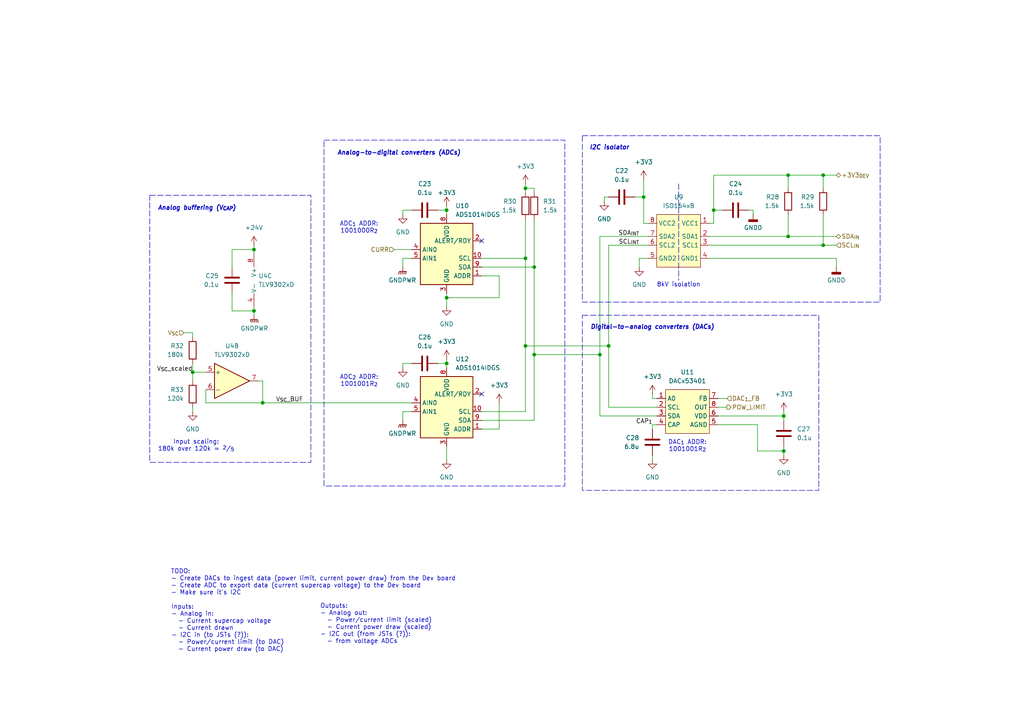
<source format=kicad_sch>
(kicad_sch (version 20250114) (generator "eeschema") (generator_version "9.0")
  (paper "A4")
  (title_block (title "Dev Board Interface") (date "2025-02-12") (rev "1") (company "UT Robomaster") (comment 1 "Robomaster"))
  (lib_symbols
    (symbol "! Robomaster ICs:DACx3401"
      (property "Reference" "U" (at 0 6.858 0))
      (property "Value" "DACx53401" (at 0 4.826 0))
      (symbol "DACx3401_1_1"
        (rectangle (start -6.35 0) (end 6.35 -12.7) (fill (type background)))
        (pin input line (at -8.89 -2.54 0) (length 2.54) (name "A0") (number "1"))
        (pin input line (at -8.89 -5.08 0) (length 2.54) (name "SCL") (number "2"))
        (pin bidirectional line (at -8.89 -7.62 0) (length 2.54) (name "SDA") (number "3"))
        (pin passive line (at -8.89 -10.16 0) (length 2.54) (name "CAP") (number "4"))
        (pin input line (at 8.89 -2.54 180) (length 2.54) (name "FB") (number "7"))
        (pin output line (at 8.89 -5.08 180) (length 2.54) (name "OUT") (number "8"))
        (pin power_in line (at 8.89 -7.62 180) (length 2.54) (name "VDD") (number "6"))
        (pin power_in line (at 8.89 -10.16 180) (length 2.54) (name "AGND") (number "5"))
      )
    )
    (symbol "! Robomaster ICs:ISO164xB"
      (property "Reference" "U" (at 0 7.366 0))
      (property "Value" "ISO164xB" (at 0 4.826 0))
      (symbol "ISO164xB_1_1"
        (rectangle (start -6.35 2.54) (end 6.35 -12.7) (fill (type background)))
        (pin power_in line (at -8.89 0 0) (length 2.54) (name "VCC1") (number "1"))
        (pin bidirectional line (at -8.89 -3.81 0) (length 2.54) (name "SDA1") (number "2"))
        (pin input line (at -8.89 -6.35 0) (length 2.54) (name "SCL1") (number "3"))
        (pin power_in line (at -8.89 -10.16 0) (length 2.54) (name "GND1") (number "4"))
        (pin power_in line (at 8.89 0 180) (length 2.54) (name "VCC2") (number "8"))
        (pin bidirectional line (at 8.89 -3.81 180) (length 2.54) (name "SDA2") (number "7"))
        (pin output line (at 8.89 -6.35 180) (length 2.54) (name "SCL2") (number "6"))
        (pin power_in line (at 8.89 -10.16 180) (length 2.54) (name "GND2") (number "5"))
      )
    )
    (symbol "Amplifier_Operational:TLV9302xD" (pin_names (offset 0.127))
      (property "Reference" "U" (at 0 5.08 0))
      (property "Value" "TLV9302xD" (at 0 -5.08 0))
      (symbol "TLV9302xD_1_1"
        (polyline (pts (xy -5.08 5.08) (xy 5.08 0) (xy -5.08 -5.08) (xy -5.08 5.08)) (stroke (width 0.254)) (fill (type background)))
        (pin input line (at -7.62 2.54 0) (length 2.54) (name "+") (number "3"))
        (pin input line (at -7.62 -2.54 0) (length 2.54) (name "-") (number "2"))
        (pin output line (at 7.62 0 180) (length 2.54) (name "~") (number "1"))
      )
      (symbol "TLV9302xD_2_1"
        (polyline (pts (xy -5.08 5.08) (xy 5.08 0) (xy -5.08 -5.08) (xy -5.08 5.08)) (stroke (width 0.254)) (fill (type background)))
        (pin input line (at -7.62 2.54 0) (length 2.54) (name "+") (number "5"))
        (pin input line (at -7.62 -2.54 0) (length 2.54) (name "-") (number "6"))
        (pin output line (at 7.62 0 180) (length 2.54) (name "~") (number "7"))
      )
      (symbol "TLV9302xD_3_1"
        (pin power_in line (at -2.54 7.62 270) (length 3.81) (name "V+") (number "8"))
        (pin power_in line (at -2.54 -7.62 90) (length 3.81) (name "V-") (number "4"))
      )
    )
    (symbol "Analog_ADC:ADS1014IDGS"
      (property "Reference" "U" (at 2.54 13.97 0))
      (property "Value" "ADS1014IDGS" (at 7.62 11.43 0))
      (symbol "ADS1014IDGS_0_1"
        (rectangle (start -7.62 10.16) (end 7.62 -7.62) (stroke (width 0.254)) (fill (type background)))
      )
      (symbol "ADS1014IDGS_1_1"
        (pin input line (at -10.16 2.54 0) (length 2.54) (name "AIN0") (number "4"))
        (pin input line (at -10.16 0 0) (length 2.54) (name "AIN1") (number "5"))
        (pin no_connect line (at -7.62 7.62 0) (length 2.54) (hide yes) (name "~") (number "6"))
        (pin no_connect line (at -7.62 5.08 0) (length 2.54) (hide yes) (name "~") (number "7"))
        (pin power_in line (at 0 12.7 270) (length 2.54) (name "VDD") (number "8"))
        (pin power_in line (at 0 -10.16 90) (length 2.54) (name "GND") (number "3"))
        (pin output line (at 10.16 5.08 180) (length 2.54) (name "ALERT/RDY") (number "2"))
        (pin input line (at 10.16 0 180) (length 2.54) (name "SCL") (number "10"))
        (pin bidirectional line (at 10.16 -2.54 180) (length 2.54) (name "SDA") (number "9"))
        (pin input line (at 10.16 -5.08 180) (length 2.54) (name "ADDR") (number "1"))
      )
    )
    (symbol "Device:C" (pin_numbers (hide yes)) (pin_names (offset 0.254))
      (property "Reference" "C" (at 0.635 2.54 0))
      (property "Value" "C" (at 0.635 -2.54 0))
      (symbol "C_0_1"
        (polyline (pts (xy -2.032 0.762) (xy 2.032 0.762)) (stroke (width 0.508)))
        (polyline (pts (xy -2.032 -0.762) (xy 2.032 -0.762)) (stroke (width 0.508)))
      )
      (symbol "C_1_1"
        (pin passive line (at 0 3.81 270) (length 2.794) (name "~") (number "1"))
        (pin passive line (at 0 -3.81 90) (length 2.794) (name "~") (number "2"))
      )
    )
    (symbol "Device:R" (pin_numbers (hide yes)) (pin_names (offset 0))
      (property "Reference" "R" (at 2.032 0 90))
      (property "Value" "R" (at 0 0 90))
      (symbol "R_0_1"
        (rectangle (start -1.016 -2.54) (end 1.016 2.54) (stroke (width 0.254)))
      )
      (symbol "R_1_1"
        (pin passive line (at 0 3.81 270) (length 1.27) (name "~") (number "1"))
        (pin passive line (at 0 -3.81 90) (length 1.27) (name "~") (number "2"))
      )
    )
    (symbol "power:+24V" (power) (pin_numbers (hide yes)) (pin_names (offset 0) (hide yes))
      (property "Value" "+24V" (at 0 3.556 0))
      (symbol "+24V_0_1"
        (polyline (pts (xy -0.762 1.27) (xy 0 2.54)))
        (polyline (pts (xy 0 2.54) (xy 0.762 1.27)))
        (polyline (pts (xy 0 0) (xy 0 2.54)))
      )
      (symbol "+24V_1_1"
        (pin power_in line (at 0 0 90) (length 0) (name "~") (number "1"))
      )
    )
    (symbol "power:+3V3" (power) (pin_numbers (hide yes)) (pin_names (offset 0) (hide yes))
      (property "Value" "+3V3" (at 0 3.556 0))
      (symbol "+3V3_0_1"
        (polyline (pts (xy -0.762 1.27) (xy 0 2.54)))
        (polyline (pts (xy 0 2.54) (xy 0.762 1.27)))
        (polyline (pts (xy 0 0) (xy 0 2.54)))
      )
      (symbol "+3V3_1_1"
        (pin power_in line (at 0 0 90) (length 0) (name "~") (number "1"))
      )
    )
    (symbol "power:GND" (power) (pin_numbers (hide yes)) (pin_names (offset 0) (hide yes))
      (property "Value" "GND" (at 0 -3.81 0))
      (symbol "GND_0_1"
        (polyline (pts (xy 0 0) (xy 0 -1.27) (xy 1.27 -1.27) (xy 0 -2.54) (xy -1.27 -1.27) (xy 0 -1.27)))
      )
      (symbol "GND_1_1"
        (pin power_in line (at 0 0 270) (length 0) (name "~") (number "1"))
      )
    )
    (symbol "power:GNDD" (power) (pin_numbers (hide yes)) (pin_names (offset 0) (hide yes))
      (property "Value" "GNDD" (at 0 -3.175 0))
      (symbol "GNDD_0_1"
        (rectangle (start -1.27 -1.524) (end 1.27 -2.032) (stroke (width 0.254)) (fill (type outline)))
        (polyline (pts (xy 0 0) (xy 0 -1.524)))
      )
      (symbol "GNDD_1_1"
        (pin power_in line (at 0 0 270) (length 0) (name "~") (number "1"))
      )
    )
    (symbol "power:GNDPWR" (power) (pin_numbers (hide yes)) (pin_names (offset 0) (hide yes))
      (property "Value" "GNDPWR" (at 0 -3.302 0))
      (symbol "GNDPWR_0_1"
        (polyline (pts (xy -1.016 -1.27) (xy -1.27 -2.032) (xy -1.27 -2.032)) (stroke (width 0.2032)))
        (polyline (pts (xy -0.508 -1.27) (xy -0.762 -2.032) (xy -0.762 -2.032)) (stroke (width 0.2032)))
        (polyline (pts (xy 0 -1.27) (xy 0 0)))
        (polyline (pts (xy 0 -1.27) (xy -0.254 -2.032) (xy -0.254 -2.032)) (stroke (width 0.2032)))
        (polyline (pts (xy 0.508 -1.27) (xy 0.254 -2.032) (xy 0.254 -2.032)) (stroke (width 0.2032)))
        (polyline (pts (xy 1.016 -1.27) (xy -1.016 -1.27) (xy -1.016 -1.27)) (stroke (width 0.2032)))
        (polyline (pts (xy 1.016 -1.27) (xy 0.762 -2.032) (xy 0.762 -2.032) (xy 0.762 -2.032)) (stroke (width 0.2032)))
      )
      (symbol "GNDPWR_1_1"
        (pin power_in line (at 0 0 270) (length 0) (name "~") (number "1"))
      )
    )
  )
  (rectangle (start 93.98 40.64) (end 163.83 140.97) (stroke (width 0) (type dash)))
  (rectangle (start 255.27 39.37) (end 168.91 87.63) (stroke (width 0) (type dash)))
  (rectangle (start 43.434 56.642) (end 90.17 134.112) (stroke (width 0) (type dash)))
  (rectangle (start 168.91 91.44) (end 237.49 142.24) (stroke (width 0) (type dash)))
  (text "Input scaling:\n180k over 120k = ^{2}/_{5}" (at 56.896 129.286 0) (effects (font (size 1.27 1.27))))
  (text "I2C isolator" (at 170.942 42.164 0) (effects (font (size 1.27 1.27) (thickness 0.254) (bold yes) (italic yes)) (justify left top)))
  (text "TODO:\n- Create DACs to ingest data (power limit, current power draw) from the Dev board\n- Create ADC to export data (current supercap voltage) to the Dev board\n- Make sure it's I2C" (at 49.53 165.1 0) (effects (font (size 1.27 1.27)) (justify left top)))
  (text "Inputs:\n- Analog in:\n  - Current supercap voltage\n  - Current drawn\n- I2C in (to JSTs (?)):\n  - Power/current limit (to DAC)\n  - Current power draw (to DAC)" (at 49.657 175.387 0) (effects (font (size 1.27 1.27)) (justify left top)))
  (text "ADC_{2} ADDR:\n1001001R_{2}" (at 104.14 110.49 0) (effects (font (size 1.27 1.27))))
  (text "Outputs:\n- Analog out:\n  - Power/current limit (scaled)\n  - Current power draw (scaled)\n- I2C out (from JSTs (?)):\n  - from voltage ADCs" (at 92.837 175.133 0) (effects (font (size 1.27 1.27)) (justify left top)))
  (text "Digital-to-analog converters (DACs)" (at 171.196 94.234 0) (effects (font (size 1.27 1.27) (thickness 0.254) (bold yes) (italic yes)) (justify left top)))
  (text "DAC_{1} ADDR:\n1001001R_{2}" (at 199.39 127.635 0) (effects (font (size 1.27 1.27)) (justify top)))
  (text "Analog-to-digital converters (ADCs)" (at 97.79 43.688 0) (effects (font (size 1.27 1.27) (thickness 0.254) (bold yes) (italic yes)) (justify left top)))
  (text "8kV isolation" (at 196.85 81.915 0) (effects (font (size 1.27 1.27)) (justify top)))
  (text "Analog buffering (V_{CAP})" (at 45.72 59.69 0) (effects (font (size 1.27 1.27) (thickness 0.254) (bold yes) (italic yes)) (justify left top)))
  (text "ADC_{1} ADDR:\n1001000R_{2}" (at 104.14 66.04 0) (effects (font (size 1.27 1.27))))
  (junction (at 154.94 77.47))
  (junction (at 238.76 50.8))
  (junction (at 152.4 100.33))
  (junction (at 154.94 102.87))
  (junction (at 73.66 90.17))
  (junction (at 186.69 57.15))
  (junction (at 228.6 50.8))
  (junction (at 76.2 116.84))
  (junction (at 129.54 86.36))
  (junction (at 152.4 54.61))
  (junction (at 55.88 107.95))
  (junction (at 227.33 130.81))
  (junction (at 238.76 71.12))
  (junction (at 129.54 60.96))
  (junction (at 176.53 100.33))
  (junction (at 129.54 105.41))
  (junction (at 152.4 74.93))
  (junction (at 207.01 60.96))
  (junction (at 73.66 72.39))
  (junction (at 173.99 102.87))
  (junction (at 228.6 68.58))
  (junction (at 227.33 120.65))
  (no_connect (at 139.7 69.85))
  (no_connect (at 139.7 114.3))
  (wire (pts (xy 144.78 80.01) (xy 144.78 86.36)))
  (wire (pts (xy 129.54 105.41) (xy 129.54 106.68)))
  (polyline (pts (xy 196.85 53.34) (xy 196.85 81.28)) (stroke (width 0) (type dash)))
  (wire (pts (xy 207.01 64.77) (xy 205.74 64.77)))
  (wire (pts (xy 219.71 123.19) (xy 219.71 130.81)))
  (wire (pts (xy 173.99 102.87) (xy 154.94 102.87)))
  (wire (pts (xy 119.38 119.38) (xy 116.84 119.38)))
  (wire (pts (xy 189.23 114.3) (xy 189.23 115.57)))
  (wire (pts (xy 205.74 71.12) (xy 238.76 71.12)))
  (wire (pts (xy 73.66 72.39) (xy 67.31 72.39)))
  (wire (pts (xy 176.53 118.11) (xy 190.5 118.11)))
  (wire (pts (xy 228.6 50.8) (xy 238.76 50.8)))
  (wire (pts (xy 139.7 80.01) (xy 144.78 80.01)))
  (wire (pts (xy 152.4 53.34) (xy 152.4 54.61)))
  (wire (pts (xy 227.33 130.81) (xy 227.33 132.08)))
  (wire (pts (xy 152.4 100.33) (xy 176.53 100.33)))
  (wire (pts (xy 228.6 50.8) (xy 228.6 54.61)))
  (wire (pts (xy 76.2 116.84) (xy 119.38 116.84)))
  (wire (pts (xy 189.23 115.57) (xy 190.5 115.57)))
  (wire (pts (xy 186.69 52.07) (xy 186.69 57.15)))
  (wire (pts (xy 119.38 105.41) (xy 116.84 105.41)))
  (wire (pts (xy 116.84 119.38) (xy 116.84 121.92)))
  (wire (pts (xy 186.69 64.77) (xy 187.96 64.77)))
  (wire (pts (xy 208.28 118.11) (xy 210.82 118.11)))
  (wire (pts (xy 129.54 59.69) (xy 129.54 60.96)))
  (wire (pts (xy 186.69 57.15) (xy 186.69 64.77)))
  (wire (pts (xy 185.42 74.93) (xy 185.42 77.47)))
  (wire (pts (xy 176.53 57.15) (xy 175.26 57.15)))
  (wire (pts (xy 67.31 90.17) (xy 73.66 90.17)))
  (wire (pts (xy 73.66 88.9) (xy 73.66 90.17)))
  (wire (pts (xy 73.66 72.39) (xy 73.66 73.66)))
  (wire (pts (xy 207.01 50.8) (xy 207.01 60.96)))
  (wire (pts (xy 173.99 120.65) (xy 190.5 120.65)))
  (wire (pts (xy 53.34 96.52) (xy 55.88 96.52)))
  (wire (pts (xy 208.28 115.57) (xy 210.82 115.57)))
  (wire (pts (xy 116.84 74.93) (xy 116.84 77.47)))
  (wire (pts (xy 207.01 60.96) (xy 209.55 60.96)))
  (wire (pts (xy 152.4 54.61) (xy 152.4 55.88)))
  (wire (pts (xy 189.23 124.46) (xy 189.23 123.19)))
  (wire (pts (xy 152.4 100.33) (xy 152.4 119.38)))
  (wire (pts (xy 154.94 63.5) (xy 154.94 77.47)))
  (wire (pts (xy 189.23 123.19) (xy 190.5 123.19)))
  (wire (pts (xy 242.57 77.47) (xy 242.57 74.93)))
  (wire (pts (xy 129.54 85.09) (xy 129.54 86.36)))
  (wire (pts (xy 187.96 71.12) (xy 176.53 71.12)))
  (wire (pts (xy 154.94 102.87) (xy 154.94 121.92)))
  (wire (pts (xy 59.69 113.03) (xy 59.69 116.84)))
  (wire (pts (xy 176.53 100.33) (xy 176.53 118.11)))
  (wire (pts (xy 55.88 118.11) (xy 55.88 119.38)))
  (wire (pts (xy 218.44 60.96) (xy 218.44 62.23)))
  (wire (pts (xy 139.7 77.47) (xy 154.94 77.47)))
  (wire (pts (xy 152.4 119.38) (xy 139.7 119.38)))
  (wire (pts (xy 208.28 120.65) (xy 227.33 120.65)))
  (wire (pts (xy 67.31 72.39) (xy 67.31 77.47)))
  (wire (pts (xy 208.28 123.19) (xy 219.71 123.19)))
  (wire (pts (xy 139.7 74.93) (xy 152.4 74.93)))
  (wire (pts (xy 152.4 63.5) (xy 152.4 74.93)))
  (wire (pts (xy 227.33 120.65) (xy 227.33 121.92)))
  (wire (pts (xy 154.94 54.61) (xy 154.94 55.88)))
  (wire (pts (xy 129.54 105.41) (xy 127 105.41)))
  (wire (pts (xy 55.88 107.95) (xy 55.88 110.49)))
  (wire (pts (xy 154.94 121.92) (xy 139.7 121.92)))
  (wire (pts (xy 186.69 57.15) (xy 184.15 57.15)))
  (wire (pts (xy 176.53 71.12) (xy 176.53 100.33)))
  (wire (pts (xy 207.01 60.96) (xy 207.01 64.77)))
  (wire (pts (xy 238.76 50.8) (xy 242.57 50.8)))
  (wire (pts (xy 116.84 60.96) (xy 116.84 62.23)))
  (wire (pts (xy 76.2 116.84) (xy 76.2 110.49)))
  (wire (pts (xy 227.33 119.38) (xy 227.33 120.65)))
  (wire (pts (xy 55.88 107.95) (xy 59.69 107.95)))
  (wire (pts (xy 55.88 105.41) (xy 55.88 107.95)))
  (wire (pts (xy 242.57 74.93) (xy 205.74 74.93)))
  (wire (pts (xy 55.88 96.52) (xy 55.88 97.79)))
  (wire (pts (xy 129.54 86.36) (xy 129.54 88.9)))
  (wire (pts (xy 228.6 68.58) (xy 242.57 68.58)))
  (wire (pts (xy 189.23 132.08) (xy 189.23 133.35)))
  (wire (pts (xy 228.6 62.23) (xy 228.6 68.58)))
  (wire (pts (xy 207.01 50.8) (xy 228.6 50.8)))
  (wire (pts (xy 119.38 60.96) (xy 116.84 60.96)))
  (wire (pts (xy 59.69 116.84) (xy 76.2 116.84)))
  (wire (pts (xy 144.78 116.84) (xy 144.78 124.46)))
  (wire (pts (xy 76.2 110.49) (xy 74.93 110.49)))
  (wire (pts (xy 238.76 50.8) (xy 238.76 54.61)))
  (wire (pts (xy 154.94 77.47) (xy 154.94 102.87)))
  (wire (pts (xy 238.76 62.23) (xy 238.76 71.12)))
  (wire (pts (xy 173.99 68.58) (xy 173.99 102.87)))
  (wire (pts (xy 129.54 104.14) (xy 129.54 105.41)))
  (wire (pts (xy 205.74 68.58) (xy 228.6 68.58)))
  (wire (pts (xy 144.78 86.36) (xy 129.54 86.36)))
  (wire (pts (xy 187.96 74.93) (xy 185.42 74.93)))
  (wire (pts (xy 152.4 54.61) (xy 154.94 54.61)))
  (wire (pts (xy 227.33 129.54) (xy 227.33 130.81)))
  (wire (pts (xy 173.99 102.87) (xy 173.99 120.65)))
  (wire (pts (xy 114.3 72.39) (xy 119.38 72.39)))
  (wire (pts (xy 152.4 100.33) (xy 152.4 74.93)))
  (wire (pts (xy 119.38 74.93) (xy 116.84 74.93)))
  (wire (pts (xy 217.17 60.96) (xy 218.44 60.96)))
  (wire (pts (xy 73.66 71.12) (xy 73.66 72.39)))
  (wire (pts (xy 73.66 90.17) (xy 73.66 91.44)))
  (wire (pts (xy 173.99 68.58) (xy 187.96 68.58)))
  (wire (pts (xy 139.7 124.46) (xy 144.78 124.46)))
  (wire (pts (xy 129.54 60.96) (xy 127 60.96)))
  (wire (pts (xy 129.54 60.96) (xy 129.54 62.23)))
  (wire (pts (xy 67.31 85.09) (xy 67.31 90.17)))
  (wire (pts (xy 219.71 130.81) (xy 227.33 130.81)))
  (wire (pts (xy 129.54 129.54) (xy 129.54 133.35)))
  (wire (pts (xy 116.84 105.41) (xy 116.84 106.68)))
  (wire (pts (xy 175.26 57.15) (xy 175.26 58.42)))
  (wire (pts (xy 238.76 71.12) (xy 242.57 71.12)))
  (label "CAP_{1}" (at 189.23 123.19 180))
  (label "V_{SC}_scaled" (at 55.88 107.95 180))
  (label "V_{SC}_BUF" (at 80.01 116.84 0))
  (label "SCL_{INT}" (at 185.42 71.12 180))
  (label "SDA_{INT}" (at 185.42 68.58 180))
  (hierarchical_label "POW_LIMIT" (shape output) (at 210.82 118.11 0))
  (hierarchical_label "V_{SC}" (shape input) (at 53.34 96.52 180))
  (hierarchical_label "+3V3_{DEV}" (shape bidirectional) (at 242.57 50.8 0))
  (hierarchical_label "CURR" (shape input) (at 114.3 72.39 180))
  (hierarchical_label "SDA_{IN}" (shape bidirectional) (at 242.57 68.58 0))
  (hierarchical_label "DAC_{1}_FB" (shape input) (at 210.82 115.57 0))
  (hierarchical_label "SCL_{IN}" (shape input) (at 242.57 71.12 0))
  (symbol (lib_id "Analog_ADC:ADS1014IDGS") (at 129.54 119.38 0) (unit 1)
    (property "Reference" "U12" (at 132.08 104.14 0) (effects (justify left)))
    (property "Value" "ADS1014IDGS" (at 132.08 106.68 0) (effects (justify left)))
    (property "Footprint" "Package_SO:TSSOP-10_3x3mm_P0.5mm" (effects (hide yes)))
    (property "Datasheet" "http://www.ti.com/lit/ds/symlink/ads1015.pdf" (effects (hide yes)))
    (property "Description" "Ultra-Small, Low-Power, I2C-Compatible, 3.3-kSPS, 12-Bit ADCs With Internal Reference, Oscillator, and Programmable Comparator, VSSOP-10" (effects (hide yes)))
  )
  (symbol (lib_id "power:GND") (at 185.42 77.47 0) (unit 1)
    (property "Reference" "#PWR068" (effects (hide yes)))
    (property "Value" "GND" (at 185.42 82.55 0))
    (property "Description" "Power symbol creates a global label with name \"GND\" , ground" (effects (hide yes)))
  )
  (symbol (lib_id "power:GND") (at 129.54 133.35 0) (unit 1)
    (property "Reference" "#PWR080" (effects (hide yes)))
    (property "Value" "GND" (at 129.54 138.43 0))
    (property "Description" "Power symbol creates a global label with name \"GND\" , ground" (effects (hide yes)))
  )
  (symbol (lib_id "power:GND") (at 129.54 88.9 0) (unit 1)
    (property "Reference" "#PWR070" (effects (hide yes)))
    (property "Value" "GND" (at 129.54 93.98 0))
    (property "Description" "Power symbol creates a global label with name \"GND\" , ground" (effects (hide yes)))
  )
  (symbol (lib_id "Device:C") (at 213.36 60.96 270) (mirror x) (unit 1)
    (property "Reference" "C24" (at 213.36 53.34 90))
    (property "Value" "0.1u" (at 213.36 55.88 90))
    (property "Footprint" "Capacitor_SMD:C_0603_1608Metric_Pad1.08x0.95mm_HandSolder" (effects (hide yes)))
    (property "Description" "Unpolarized capacitor" (effects (hide yes)))
  )
  (symbol (lib_id "power:GNDD") (at 218.44 62.23 0) (unit 1)
    (property "Reference" "#PWR065" (effects (hide yes)))
    (property "Value" "GNDD" (at 218.44 66.04 0))
    (property "Description" "Power symbol creates a global label with name \"GNDD\" , digital ground" (effects (hide yes)))
  )
  (symbol (lib_id "power:+3V3") (at 152.4 53.34 0) (unit 1)
    (property "Reference" "#PWR061" (effects (hide yes)))
    (property "Value" "+3V3" (at 152.4 48.26 0))
    (property "Description" "Power symbol creates a global label with name \"+3V3\"" (effects (hide yes)))
  )
  (symbol (lib_id "Device:R") (at 152.4 59.69 0) (mirror y) (unit 1)
    (property "Reference" "R30" (at 149.86 58.4199 0) (effects (justify left)))
    (property "Value" "1.5k" (at 149.86 60.9599 0) (effects (justify left)))
    (property "Footprint" "Resistor_SMD:R_0603_1608Metric_Pad0.98x0.95mm_HandSolder" (effects (hide yes)))
    (property "Description" "Resistor" (effects (hide yes)))
  )
  (symbol (lib_id "power:GND") (at 116.84 62.23 0) (unit 1)
    (property "Reference" "#PWR064" (effects (hide yes)))
    (property "Value" "GND" (at 116.84 67.31 0))
    (property "Description" "Power symbol creates a global label with name \"GND\" , ground" (effects (hide yes)))
  )
  (symbol (lib_id "Amplifier_Operational:TLV9302xD") (at 76.2 81.28 0) (unit 3)
    (property "Reference" "U4" (at 74.93 80.0099 0) (effects (justify left)))
    (property "Value" "TLV9302xD" (at 74.93 82.5499 0) (effects (justify left)))
    (property "Footprint" "Package_SO:SOIC-8_3.9x4.9mm_P1.27mm" (effects (hide yes)))
    (property "Datasheet" "https://www.ti.com/lit/ds/symlink/tlv9302.pdf" (effects (hide yes)))
    (property "Description" "40-V, 1-MHz, RRO Operational Amplifiers for Cost-Sensitive Systems, SOIC-8" (effects (hide yes)))
    (property "Mouser Part Number" "595-LM2903DR" (effects (hide yes)))
  )
  (symbol (lib_id "power:+3V3") (at 129.54 59.69 0) (unit 1)
    (property "Reference" "#PWR063" (effects (hide yes)))
    (property "Value" "+3V3" (at 129.54 55.88 0))
    (property "Description" "Power symbol creates a global label with name \"+3V3\"" (effects (hide yes)))
  )
  (symbol (lib_id "! Robomaster ICs:DACx3401") (at 199.39 113.03 0) (unit 1)
    (property "Reference" "U11" (at 199.39 107.95 0))
    (property "Value" "DACx53401" (at 199.39 110.49 0))
    (property "Footprint" "Package_SON:WSON-8-1EP_2x2mm_P0.5mm_EP0.9x1.6mm" (effects (hide yes)))
    (property "Datasheet" "https://www.ti.com/lit/gpn/dac43401" (effects (hide yes)))
    (property "Description" "8-bit 1-channel voltage-output smart DAC with Hi-Z, EEPROM, waveform generator and comparator" (effects (hide yes)))
  )
  (symbol (lib_id "Device:C") (at 189.23 128.27 0) (mirror y) (unit 1)
    (property "Reference" "C28" (at 185.42 126.9999 0) (effects (justify left)))
    (property "Value" "6.8u" (at 185.42 129.5399 0) (effects (justify left)))
    (property "Footprint" "Capacitor_SMD:C_0603_1608Metric_Pad1.08x0.95mm_HandSolder" (effects (hide yes)))
    (property "Description" "Unpolarized capacitor" (effects (hide yes)))
  )
  (symbol (lib_id "Device:C") (at 67.31 81.28 0) (mirror x) (unit 1)
    (property "Reference" "C25" (at 63.5 80.0099 0) (effects (justify right)))
    (property "Value" "0.1u" (at 63.5 82.5499 0) (effects (justify right)))
    (property "Footprint" "Capacitor_SMD:C_0603_1608Metric_Pad1.08x0.95mm_HandSolder" (effects (hide yes)))
    (property "Description" "Unpolarized capacitor" (effects (hide yes)))
  )
  (symbol (lib_id "Device:C") (at 180.34 57.15 270) (mirror x) (unit 1)
    (property "Reference" "C22" (at 180.34 49.53 90))
    (property "Value" "0.1u" (at 180.34 52.07 90))
    (property "Footprint" "Capacitor_SMD:C_0603_1608Metric_Pad1.08x0.95mm_HandSolder" (effects (hide yes)))
    (property "Description" "Unpolarized capacitor" (effects (hide yes)))
  )
  (symbol (lib_id "power:+3V3") (at 129.54 104.14 0) (unit 1)
    (property "Reference" "#PWR072" (effects (hide yes)))
    (property "Value" "+3V3" (at 129.54 99.06 0))
    (property "Description" "Power symbol creates a global label with name \"+3V3\"" (effects (hide yes)))
  )
  (symbol (lib_id "Analog_ADC:ADS1014IDGS") (at 129.54 74.93 0) (unit 1)
    (property "Reference" "U10" (at 132.08 59.69 0) (effects (justify left)))
    (property "Value" "ADS1014IDGS" (at 132.08 62.23 0) (effects (justify left)))
    (property "Footprint" "Package_SO:TSSOP-10_3x3mm_P0.5mm" (effects (hide yes)))
    (property "Datasheet" "http://www.ti.com/lit/ds/symlink/ads1015.pdf" (effects (hide yes)))
    (property "Description" "Ultra-Small, Low-Power, I2C-Compatible, 3.3-kSPS, 12-Bit ADCs With Internal Reference, Oscillator, and Programmable Comparator, VSSOP-10" (effects (hide yes)))
  )
  (symbol (lib_id "Device:R") (at 154.94 59.69 0) (unit 1)
    (property "Reference" "R31" (at 157.48 58.4199 0) (effects (justify left)))
    (property "Value" "1.5k" (at 157.48 60.9599 0) (effects (justify left)))
    (property "Footprint" "Resistor_SMD:R_0603_1608Metric_Pad0.98x0.95mm_HandSolder" (effects (hide yes)))
    (property "Description" "Resistor" (effects (hide yes)))
  )
  (symbol (lib_id "power:GNDPWR") (at 73.66 91.44 0) (mirror y) (unit 1)
    (property "Reference" "#PWR071" (effects (hide yes)))
    (property "Value" "GNDPWR" (at 73.787 95.25 0))
    (property "Description" "Power symbol creates a global label with name \"GNDPWR\" , global ground" (effects (hide yes)))
  )
  (symbol (lib_id "power:+3V3") (at 144.78 116.84 0) (unit 1)
    (property "Reference" "#PWR075" (effects (hide yes)))
    (property "Value" "+3V3" (at 144.78 111.76 0))
    (property "Description" "Power symbol creates a global label with name \"+3V3\"" (effects (hide yes)))
  )
  (symbol (lib_id "power:+24V") (at 73.66 71.12 0) (unit 1)
    (property "Reference" "#PWR066" (effects (hide yes)))
    (property "Value" "+24V" (at 73.66 66.04 0))
    (property "Description" "Power symbol creates a global label with name \"+24V\"" (effects (hide yes)))
  )
  (symbol (lib_id "power:+3V3") (at 227.33 119.38 0) (mirror y) (unit 1)
    (property "Reference" "#PWR077" (effects (hide yes)))
    (property "Value" "+3V3" (at 227.33 114.3 0))
    (property "Description" "Power symbol creates a global label with name \"+3V3\"" (effects (hide yes)))
  )
  (symbol (lib_id "power:+3V3") (at 189.23 114.3 0) (mirror y) (unit 1)
    (property "Reference" "#PWR074" (effects (hide yes)))
    (property "Value" "+3V3" (at 189.23 109.22 0))
    (property "Description" "Power symbol creates a global label with name \"+3V3\"" (effects (hide yes)))
  )
  (symbol (lib_id "power:GND") (at 189.23 133.35 0) (mirror y) (unit 1)
    (property "Reference" "#PWR081" (effects (hide yes)))
    (property "Value" "GND" (at 189.23 138.43 0))
    (property "Description" "Power symbol creates a global label with name \"GND\" , ground" (effects (hide yes)))
  )
  (symbol (lib_id "Device:C") (at 123.19 105.41 90) (mirror x) (unit 1)
    (property "Reference" "C26" (at 123.19 97.79 90))
    (property "Value" "0.1u" (at 123.19 100.33 90))
    (property "Footprint" "Capacitor_SMD:C_0603_1608Metric_Pad1.08x0.95mm_HandSolder" (effects (hide yes)))
    (property "Description" "Unpolarized capacitor" (effects (hide yes)))
  )
  (symbol (lib_id "power:GND") (at 175.26 58.42 0) (unit 1)
    (property "Reference" "#PWR062" (effects (hide yes)))
    (property "Value" "GND" (at 175.26 63.5 0))
    (property "Description" "Power symbol creates a global label with name \"GND\" , ground" (effects (hide yes)))
  )
  (symbol (lib_id "Device:R") (at 228.6 58.42 0) (mirror y) (unit 1)
    (property "Reference" "R28" (at 226.06 57.1499 0) (effects (justify left)))
    (property "Value" "1.5k" (at 226.06 59.6899 0) (effects (justify left)))
    (property "Footprint" "Resistor_SMD:R_0603_1608Metric_Pad0.98x0.95mm_HandSolder" (effects (hide yes)))
    (property "Description" "Resistor" (effects (hide yes)))
  )
  (symbol (lib_id "power:GND") (at 55.88 119.38 0) (unit 1)
    (property "Reference" "#PWR076" (effects (hide yes)))
    (property "Value" "GND" (at 55.88 124.46 0))
    (property "Description" "Power symbol creates a global label with name \"GND\" , ground" (effects (hide yes)))
  )
  (symbol (lib_id "Device:R") (at 55.88 114.3 0) (unit 1)
    (property "Reference" "R33" (at 53.34 113.0299 0) (effects (justify right)))
    (property "Value" "120k" (at 53.34 115.5699 0) (effects (justify right)))
    (property "Footprint" "Resistor_SMD:R_0603_1608Metric_Pad0.98x0.95mm_HandSolder" (effects (hide yes)))
    (property "Description" "Resistor" (effects (hide yes)))
  )
  (symbol (lib_id "Device:R") (at 55.88 101.6 0) (unit 1)
    (property "Reference" "R32" (at 53.34 100.3299 0) (effects (justify right)))
    (property "Value" "180k" (at 53.34 102.8699 0) (effects (justify right)))
    (property "Footprint" "Resistor_SMD:R_0603_1608Metric_Pad0.98x0.95mm_HandSolder" (effects (hide yes)))
    (property "Description" "Resistor" (effects (hide yes)))
  )
  (symbol (lib_id "power:+3V3") (at 186.69 52.07 0) (unit 1)
    (property "Reference" "#PWR060" (effects (hide yes)))
    (property "Value" "+3V3" (at 186.69 46.99 0))
    (property "Description" "Power symbol creates a global label with name \"+3V3\"" (effects (hide yes)))
  )
  (symbol (lib_id "! Robomaster ICs:ISO164xB") (at 196.85 64.77 0) (mirror y) (unit 1)
    (property "Reference" "U9" (at 196.85 57.15 0))
    (property "Value" "ISO164xB" (at 196.85 59.69 0))
    (property "Footprint" "Package_SO:SOIC-8_3.9x4.9mm_P1.27mm" (effects (hide yes)))
    (property "Datasheet" "https://www.ti.com/lit/gpn/iso1640" (effects (hide yes)))
    (property "Description" "Hot-swappable, robust-EMC bidirectional I2C isolator with bidirectional clock" (effects (hide yes)))
  )
  (symbol (lib_id "power:GND") (at 116.84 106.68 0) (unit 1)
    (property "Reference" "#PWR073" (effects (hide yes)))
    (property "Value" "GND" (at 116.84 111.76 0))
    (property "Description" "Power symbol creates a global label with name \"GND\" , ground" (effects (hide yes)))
  )
  (symbol (lib_id "Amplifier_Operational:TLV9302xD") (at 67.31 110.49 0) (unit 2)
    (property "Reference" "U4" (at 67.31 100.33 0))
    (property "Value" "TLV9302xD" (at 67.31 102.87 0))
    (property "Footprint" "Package_SO:SOIC-8_3.9x4.9mm_P1.27mm" (effects (hide yes)))
    (property "Datasheet" "https://www.ti.com/lit/ds/symlink/tlv9302.pdf" (effects (hide yes)))
    (property "Description" "40-V, 1-MHz, RRO Operational Amplifiers for Cost-Sensitive Systems, SOIC-8" (effects (hide yes)))
    (property "Mouser Part Number" "595-LM2903DR" (effects (hide yes)))
  )
  (symbol (lib_id "power:GND") (at 227.33 132.08 0) (mirror y) (unit 1)
    (property "Reference" "#PWR079" (effects (hide yes)))
    (property "Value" "GND" (at 227.33 137.16 0))
    (property "Description" "Power symbol creates a global label with name \"GND\" , ground" (effects (hide yes)))
  )
  (symbol (lib_id "power:GNDD") (at 242.57 77.47 0) (unit 1)
    (property "Reference" "#PWR069" (effects (hide yes)))
    (property "Value" "GNDD" (at 242.57 81.28 0))
    (property "Description" "Power symbol creates a global label with name \"GNDD\" , digital ground" (effects (hide yes)))
  )
  (symbol (lib_id "power:GNDPWR") (at 116.84 77.47 0) (unit 1)
    (property "Reference" "#PWR067" (effects (hide yes)))
    (property "Value" "GNDPWR" (at 116.713 81.28 0))
    (property "Description" "Power symbol creates a global label with name \"GNDPWR\" , global ground" (effects (hide yes)))
  )
  (symbol (lib_id "Device:C") (at 227.33 125.73 180) (unit 1)
    (property "Reference" "C27" (at 231.14 124.4599 0) (effects (justify right)))
    (property "Value" "0.1u" (at 231.14 126.9999 0) (effects (justify right)))
    (property "Footprint" "Capacitor_SMD:C_0603_1608Metric_Pad1.08x0.95mm_HandSolder" (effects (hide yes)))
    (property "Description" "Unpolarized capacitor" (effects (hide yes)))
  )
  (symbol (lib_id "Device:C") (at 123.19 60.96 90) (mirror x) (unit 1)
    (property "Reference" "C23" (at 123.19 53.34 90))
    (property "Value" "0.1u" (at 123.19 55.88 90))
    (property "Footprint" "Capacitor_SMD:C_0603_1608Metric_Pad1.08x0.95mm_HandSolder" (effects (hide yes)))
    (property "Description" "Unpolarized capacitor" (effects (hide yes)))
  )
  (symbol (lib_id "Device:R") (at 238.76 58.42 0) (mirror y) (unit 1)
    (property "Reference" "R29" (at 236.22 57.1499 0) (effects (justify left)))
    (property "Value" "1.5k" (at 236.22 59.6899 0) (effects (justify left)))
    (property "Footprint" "Resistor_SMD:R_0603_1608Metric_Pad0.98x0.95mm_HandSolder" (effects (hide yes)))
    (property "Description" "Resistor" (effects (hide yes)))
  )
  (symbol (lib_id "power:GNDPWR") (at 116.84 121.92 0) (unit 1)
    (property "Reference" "#PWR078" (effects (hide yes)))
    (property "Value" "GNDPWR" (at 116.713 125.73 0))
    (property "Description" "Power symbol creates a global label with name \"GNDPWR\" , global ground" (effects (hide yes)))
  )
)
</source>
